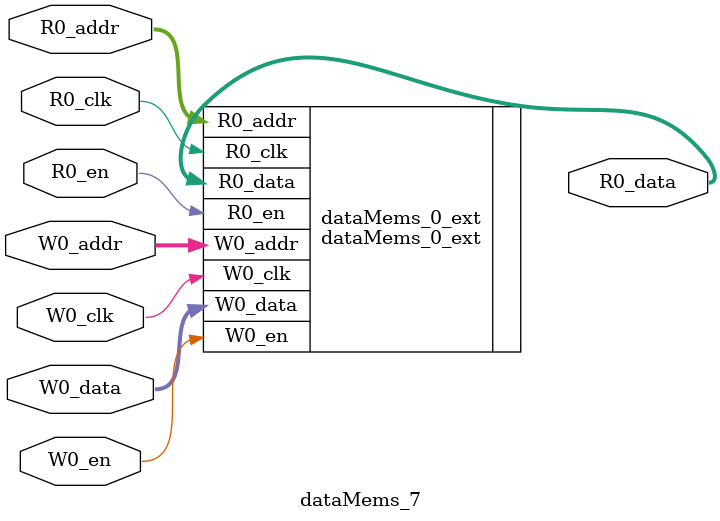
<source format=sv>
`ifndef RANDOMIZE
  `ifdef RANDOMIZE_REG_INIT
    `define RANDOMIZE
  `endif // RANDOMIZE_REG_INIT
`endif // not def RANDOMIZE
`ifndef RANDOMIZE
  `ifdef RANDOMIZE_MEM_INIT
    `define RANDOMIZE
  `endif // RANDOMIZE_MEM_INIT
`endif // not def RANDOMIZE

`ifndef RANDOM
  `define RANDOM $random
`endif // not def RANDOM

// Users can define 'PRINTF_COND' to add an extra gate to prints.
`ifndef PRINTF_COND_
  `ifdef PRINTF_COND
    `define PRINTF_COND_ (`PRINTF_COND)
  `else  // PRINTF_COND
    `define PRINTF_COND_ 1
  `endif // PRINTF_COND
`endif // not def PRINTF_COND_

// Users can define 'ASSERT_VERBOSE_COND' to add an extra gate to assert error printing.
`ifndef ASSERT_VERBOSE_COND_
  `ifdef ASSERT_VERBOSE_COND
    `define ASSERT_VERBOSE_COND_ (`ASSERT_VERBOSE_COND)
  `else  // ASSERT_VERBOSE_COND
    `define ASSERT_VERBOSE_COND_ 1
  `endif // ASSERT_VERBOSE_COND
`endif // not def ASSERT_VERBOSE_COND_

// Users can define 'STOP_COND' to add an extra gate to stop conditions.
`ifndef STOP_COND_
  `ifdef STOP_COND
    `define STOP_COND_ (`STOP_COND)
  `else  // STOP_COND
    `define STOP_COND_ 1
  `endif // STOP_COND
`endif // not def STOP_COND_

// Users can define INIT_RANDOM as general code that gets injected into the
// initializer block for modules with registers.
`ifndef INIT_RANDOM
  `define INIT_RANDOM
`endif // not def INIT_RANDOM

// If using random initialization, you can also define RANDOMIZE_DELAY to
// customize the delay used, otherwise 0.002 is used.
`ifndef RANDOMIZE_DELAY
  `define RANDOMIZE_DELAY 0.002
`endif // not def RANDOMIZE_DELAY

// Define INIT_RANDOM_PROLOG_ for use in our modules below.
`ifndef INIT_RANDOM_PROLOG_
  `ifdef RANDOMIZE
    `ifdef VERILATOR
      `define INIT_RANDOM_PROLOG_ `INIT_RANDOM
    `else  // VERILATOR
      `define INIT_RANDOM_PROLOG_ `INIT_RANDOM #`RANDOMIZE_DELAY begin end
    `endif // VERILATOR
  `else  // RANDOMIZE
    `define INIT_RANDOM_PROLOG_
  `endif // RANDOMIZE
`endif // not def INIT_RANDOM_PROLOG_

// Include register initializers in init blocks unless synthesis is set
`ifndef SYNTHESIS
  `ifndef ENABLE_INITIAL_REG_
    `define ENABLE_INITIAL_REG_
  `endif // not def ENABLE_INITIAL_REG_
`endif // not def SYNTHESIS

// Include rmemory initializers in init blocks unless synthesis is set
`ifndef SYNTHESIS
  `ifndef ENABLE_INITIAL_MEM_
    `define ENABLE_INITIAL_MEM_
  `endif // not def ENABLE_INITIAL_MEM_
`endif // not def SYNTHESIS

module dataMems_7(	// @[generators/ara/src/main/scala/UnsafeAXI4ToTL.scala:365:62]
  input  [4:0]   R0_addr,
  input          R0_en,
  input          R0_clk,
  output [258:0] R0_data,
  input  [4:0]   W0_addr,
  input          W0_en,
  input          W0_clk,
  input  [258:0] W0_data
);

  dataMems_0_ext dataMems_0_ext (	// @[generators/ara/src/main/scala/UnsafeAXI4ToTL.scala:365:62]
    .R0_addr (R0_addr),
    .R0_en   (R0_en),
    .R0_clk  (R0_clk),
    .R0_data (R0_data),
    .W0_addr (W0_addr),
    .W0_en   (W0_en),
    .W0_clk  (W0_clk),
    .W0_data (W0_data)
  );
endmodule


</source>
